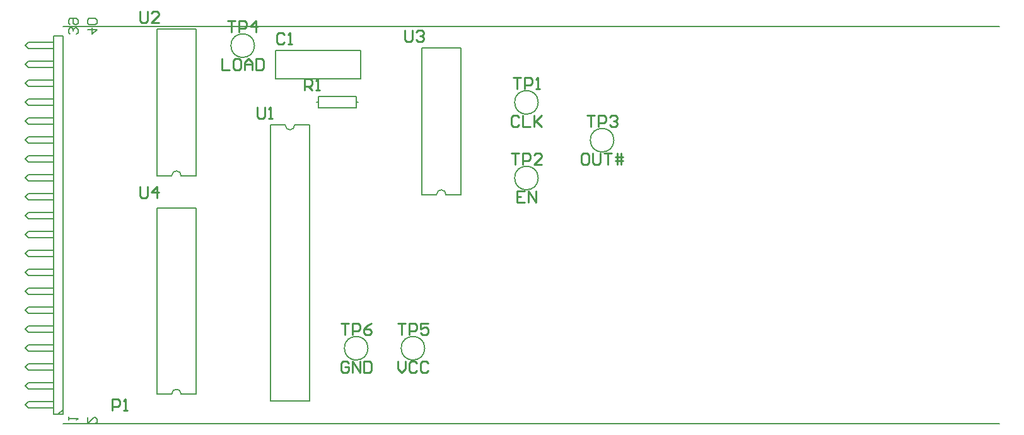
<source format=gto>
G04*
G04 #@! TF.GenerationSoftware,Altium Limited,Altium Designer,21.9.1 (22)*
G04*
G04 Layer_Color=65535*
%FSLAX25Y25*%
%MOIN*%
G70*
G04*
G04 #@! TF.SameCoordinates,D21D48F5-640B-449E-B1FD-98C6F9B5C5F0*
G04*
G04*
G04 #@! TF.FilePolarity,Positive*
G04*
G01*
G75*
%ADD10C,0.00787*%
%ADD11C,0.00500*%
%ADD12C,0.00800*%
%ADD13C,0.01000*%
D10*
X167500Y125787D02*
G03*
X162500Y125787I-2500J0D01*
G01*
X396240Y260000D02*
G03*
X396240Y260000I-6240J0D01*
G01*
X206240Y310000D02*
G03*
X206240Y310000I-6240J0D01*
G01*
X296240Y150000D02*
G03*
X296240Y150000I-6240J0D01*
G01*
X266240D02*
G03*
X266240Y150000I-6240J0D01*
G01*
X356240Y240000D02*
G03*
X356240Y240000I-6240J0D01*
G01*
Y280000D02*
G03*
X356240Y280000I-6240J0D01*
G01*
X307500Y231221D02*
G03*
X302500Y231221I-2500J0D01*
G01*
X222500Y268032D02*
G03*
X227500Y268032I2500J0D01*
G01*
X167500Y241220D02*
G03*
X162500Y241220I-2500J0D01*
G01*
X167500Y125787D02*
X175433D01*
X154567D02*
X162500D01*
X154567Y224213D02*
X175433D01*
Y125787D02*
Y224213D01*
X154567Y125787D02*
Y224213D01*
X307500Y231221D02*
X315433D01*
X294567D02*
X302500D01*
X294567Y308780D02*
X315433D01*
Y231221D02*
Y308780D01*
X294567Y231221D02*
Y308780D01*
X240000Y277000D02*
Y280000D01*
Y277000D02*
X260000D01*
Y283000D01*
X240000D02*
X260000D01*
X240000Y280000D02*
Y283000D01*
X260000Y280000D02*
X260900D01*
X239100D02*
X240000D01*
X235433Y121968D02*
Y268032D01*
X214567Y121968D02*
Y268032D01*
Y121968D02*
X235433D01*
X227500Y268032D02*
X235433D01*
X214567D02*
X222500D01*
X167500Y241220D02*
X175433D01*
X154567D02*
X162500D01*
X154567Y318779D02*
X175433D01*
Y241220D02*
Y318779D01*
X154567Y241220D02*
Y318779D01*
X105000Y115000D02*
Y315000D01*
X86667Y311667D02*
X100000D01*
X85000Y310000D02*
X86667Y311667D01*
X85000Y310000D02*
X86667Y308333D01*
X100000D01*
X86667Y301667D02*
X100000D01*
X85000Y300000D02*
X86667Y301667D01*
X85000Y300000D02*
X86667Y298333D01*
X100000D01*
X86667Y291667D02*
X100000D01*
X85000Y290000D02*
X86667Y291667D01*
X85000Y290000D02*
X86667Y288333D01*
X100000D01*
X86667Y281667D02*
X100000D01*
X85000Y280000D02*
X86667Y281667D01*
X85000Y280000D02*
X86667Y278333D01*
X100000D01*
X86667Y271667D02*
X100000D01*
X85000Y270000D02*
X86667Y271667D01*
X85000Y270000D02*
X86667Y268333D01*
X100000D01*
X86667Y261667D02*
X100000D01*
X85000Y260000D02*
X86667Y261667D01*
X85000Y260000D02*
X86667Y258333D01*
X100000D01*
X86667Y251667D02*
X100000D01*
X85000Y250000D02*
X86667Y251667D01*
X85000Y250000D02*
X86667Y248333D01*
X100000D01*
X86667Y241667D02*
X100000D01*
X85000Y240000D02*
X86667Y241667D01*
X85000Y240000D02*
X86667Y238333D01*
X100000D01*
X86667Y231667D02*
X100000D01*
X85000Y230000D02*
X86667Y231667D01*
X85000Y230000D02*
X86667Y228333D01*
X100000D01*
X86667Y221667D02*
X100000D01*
X85000Y220000D02*
X86667Y221667D01*
X85000Y220000D02*
X86667Y218333D01*
X100000D01*
X86667Y211667D02*
X100000D01*
X85000Y210000D02*
X86667Y211667D01*
X85000Y210000D02*
X86667Y208333D01*
X100000D01*
X86667Y201667D02*
X100000D01*
X85000Y200000D02*
X86667Y201667D01*
X85000Y200000D02*
X86667Y198333D01*
X100000D01*
X86667Y191667D02*
X100000D01*
X85000Y190000D02*
X86667Y191667D01*
X85000Y190000D02*
X86667Y188333D01*
X100000D01*
X86667Y181667D02*
X100000D01*
X85000Y180000D02*
X86667Y181667D01*
X85000Y180000D02*
X86667Y178333D01*
X100000D01*
X86667Y171667D02*
X100000D01*
X85000Y170000D02*
X86667Y171667D01*
X85000Y170000D02*
X86667Y168333D01*
X100000D01*
X86667Y161667D02*
X100000D01*
X85000Y160000D02*
X86667Y161667D01*
X85000Y160000D02*
X86667Y158333D01*
X100000D01*
X86667Y151667D02*
X100000D01*
X85000Y150000D02*
X86667Y151667D01*
X85000Y150000D02*
X86667Y148333D01*
X100000D01*
X86667Y141667D02*
X100000D01*
X85000Y140000D02*
X86667Y141667D01*
X85000Y140000D02*
X86667Y138333D01*
X100000D01*
X86667Y131667D02*
X100000D01*
X85000Y130000D02*
X86667Y131667D01*
X85000Y130000D02*
X86667Y128333D01*
X100000D01*
X86667Y121667D02*
X100000D01*
X85000Y120000D02*
X86667Y121667D01*
X85000Y120000D02*
X86667Y118333D01*
X100000D01*
X102500Y115000D02*
X105000Y117500D01*
X100000Y315000D02*
X105000D01*
X100000Y115000D02*
Y315000D01*
Y115000D02*
X105000D01*
X262500Y292500D02*
Y307500D01*
X217500Y292500D02*
X262500D01*
X217500D02*
Y307500D01*
X262500D01*
D11*
X105000Y320000D02*
X600000D01*
X105000Y110000D02*
X600000Y110000D01*
D12*
X118000Y113332D02*
Y110000D01*
X121332Y113332D01*
X122165D01*
X122998Y112499D01*
Y110833D01*
X122165Y110000D01*
X108000Y112000D02*
Y113666D01*
Y112833D01*
X112998D01*
X112165Y112000D01*
Y316000D02*
X112998Y316833D01*
Y318499D01*
X112165Y319332D01*
X111332D01*
X110499Y318499D01*
Y317666D01*
Y318499D01*
X109666Y319332D01*
X108833D01*
X108000Y318499D01*
Y316833D01*
X108833Y316000D01*
Y320998D02*
X108000Y321831D01*
Y323498D01*
X108833Y324331D01*
X112165D01*
X112998Y323498D01*
Y321831D01*
X112165Y320998D01*
X111332D01*
X110499Y321831D01*
Y324331D01*
X118000Y318499D02*
X122998D01*
X120499Y316000D01*
Y319332D01*
X122165Y320998D02*
X122998Y321831D01*
Y323498D01*
X122165Y324331D01*
X118833D01*
X118000Y323498D01*
Y321831D01*
X118833Y320998D01*
X122165D01*
D13*
X252003Y162999D02*
X256001D01*
X254002D01*
Y157001D01*
X258001D02*
Y162999D01*
X261000D01*
X261999Y161999D01*
Y160000D01*
X261000Y159000D01*
X258001D01*
X267997Y162999D02*
X265998Y161999D01*
X263999Y160000D01*
Y158001D01*
X264998Y157001D01*
X266998D01*
X267997Y158001D01*
Y159000D01*
X266998Y160000D01*
X263999D01*
X256001Y141999D02*
X255002Y142999D01*
X253002D01*
X252003Y141999D01*
Y138001D01*
X253002Y137001D01*
X255002D01*
X256001Y138001D01*
Y140000D01*
X254002D01*
X258001Y137001D02*
Y142999D01*
X261999Y137001D01*
Y142999D01*
X263999D02*
Y137001D01*
X266998D01*
X267997Y138001D01*
Y141999D01*
X266998Y142999D01*
X263999D01*
X282003Y162999D02*
X286001D01*
X284002D01*
Y157001D01*
X288001D02*
Y162999D01*
X291000D01*
X291999Y161999D01*
Y160000D01*
X291000Y159000D01*
X288001D01*
X297997Y162999D02*
X293999D01*
Y160000D01*
X295998Y161000D01*
X296998D01*
X297997Y160000D01*
Y158001D01*
X296998Y157001D01*
X294998D01*
X293999Y158001D01*
X282003Y142999D02*
Y139000D01*
X284002Y137001D01*
X286001Y139000D01*
Y142999D01*
X291999Y141999D02*
X291000Y142999D01*
X289000D01*
X288001Y141999D01*
Y138001D01*
X289000Y137001D01*
X291000D01*
X291999Y138001D01*
X297997Y141999D02*
X296998Y142999D01*
X294998D01*
X293999Y141999D01*
Y138001D01*
X294998Y137001D01*
X296998D01*
X297997Y138001D01*
X192003Y322999D02*
X196001D01*
X194002D01*
Y317001D01*
X198001D02*
Y322999D01*
X201000D01*
X201999Y321999D01*
Y320000D01*
X201000Y319000D01*
X198001D01*
X206998Y317001D02*
Y322999D01*
X203999Y320000D01*
X207997D01*
X189004Y302999D02*
Y297001D01*
X193002D01*
X198001Y302999D02*
X196001D01*
X195002Y301999D01*
Y298001D01*
X196001Y297001D01*
X198001D01*
X199000Y298001D01*
Y301999D01*
X198001Y302999D01*
X201000Y297001D02*
Y301000D01*
X202999Y302999D01*
X204998Y301000D01*
Y297001D01*
Y300000D01*
X201000D01*
X206998Y302999D02*
Y297001D01*
X209997D01*
X210997Y298001D01*
Y301999D01*
X209997Y302999D01*
X206998D01*
X382003Y272999D02*
X386001D01*
X384002D01*
Y267001D01*
X388001D02*
Y272999D01*
X391000D01*
X391999Y271999D01*
Y270000D01*
X391000Y269000D01*
X388001D01*
X393999Y271999D02*
X394998Y272999D01*
X396998D01*
X397997Y271999D01*
Y271000D01*
X396998Y270000D01*
X395998D01*
X396998D01*
X397997Y269000D01*
Y268001D01*
X396998Y267001D01*
X394998D01*
X393999Y268001D01*
X382003Y252999D02*
X380003D01*
X379004Y251999D01*
Y248001D01*
X380003Y247001D01*
X382003D01*
X383002Y248001D01*
Y251999D01*
X382003Y252999D01*
X385002D02*
Y248001D01*
X386001Y247001D01*
X388001D01*
X389000Y248001D01*
Y252999D01*
X391000D02*
X394998D01*
X392999D01*
Y247001D01*
X397997D02*
Y252999D01*
X399997D02*
Y247001D01*
X396998Y251000D02*
X399997D01*
X400996D01*
X396998Y249000D02*
X400996D01*
X342003Y252999D02*
X346001D01*
X344002D01*
Y247001D01*
X348001D02*
Y252999D01*
X351000D01*
X351999Y251999D01*
Y250000D01*
X351000Y249000D01*
X348001D01*
X357997Y247001D02*
X353999D01*
X357997Y251000D01*
Y251999D01*
X356998Y252999D01*
X354998D01*
X353999Y251999D01*
X349000Y232999D02*
X345002D01*
Y227001D01*
X349000D01*
X345002Y230000D02*
X347001D01*
X351000Y227001D02*
Y232999D01*
X354998Y227001D01*
Y232999D01*
X343002Y292999D02*
X347001D01*
X345002D01*
Y287001D01*
X349000D02*
Y292999D01*
X351999D01*
X352999Y291999D01*
Y290000D01*
X351999Y289000D01*
X349000D01*
X354998Y287001D02*
X356998D01*
X355998D01*
Y292999D01*
X354998Y291999D01*
X346001Y271999D02*
X345002Y272999D01*
X343002D01*
X342003Y271999D01*
Y268001D01*
X343002Y267001D01*
X345002D01*
X346001Y268001D01*
X348001Y272999D02*
Y267001D01*
X351999D01*
X353999Y272999D02*
Y267001D01*
Y269000D01*
X357997Y272999D01*
X354998Y270000D01*
X357997Y267001D01*
X145800Y235498D02*
Y230500D01*
X146800Y229500D01*
X148799D01*
X149799Y230500D01*
Y235498D01*
X154797Y229500D02*
Y235498D01*
X151798Y232499D01*
X155797D01*
X285800Y318198D02*
Y313200D01*
X286800Y312200D01*
X288799D01*
X289799Y313200D01*
Y318198D01*
X291798Y317198D02*
X292798Y318198D01*
X294797D01*
X295797Y317198D01*
Y316199D01*
X294797Y315199D01*
X293797D01*
X294797D01*
X295797Y314199D01*
Y313200D01*
X294797Y312200D01*
X292798D01*
X291798Y313200D01*
X207600Y277398D02*
Y272400D01*
X208600Y271400D01*
X210599D01*
X211599Y272400D01*
Y277398D01*
X213598Y271400D02*
X215597D01*
X214598D01*
Y277398D01*
X213598Y276398D01*
X232800Y286400D02*
Y292398D01*
X235799D01*
X236799Y291398D01*
Y289399D01*
X235799Y288399D01*
X232800D01*
X234799D02*
X236799Y286400D01*
X238798D02*
X240797D01*
X239798D01*
Y292398D01*
X238798Y291398D01*
X222099Y315898D02*
X221099Y316898D01*
X219100D01*
X218100Y315898D01*
Y311900D01*
X219100Y310900D01*
X221099D01*
X222099Y311900D01*
X224098Y310900D02*
X226097D01*
X225098D01*
Y316898D01*
X224098Y315898D01*
X145800Y328198D02*
Y323200D01*
X146800Y322200D01*
X148799D01*
X149799Y323200D01*
Y328198D01*
X155797Y322200D02*
X151798D01*
X155797Y326199D01*
Y327198D01*
X154797Y328198D01*
X152798D01*
X151798Y327198D01*
X131001Y117001D02*
Y122999D01*
X134000D01*
X135000Y121999D01*
Y120000D01*
X134000Y119000D01*
X131001D01*
X136999Y117001D02*
X138999D01*
X137999D01*
Y122999D01*
X136999Y121999D01*
M02*

</source>
